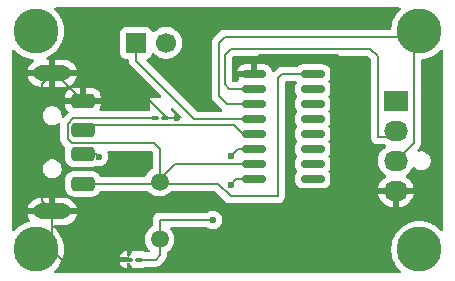
<source format=gtl>
%TF.GenerationSoftware,KiCad,Pcbnew,9.0.3*%
%TF.CreationDate,2025-08-08T09:11:37+05:30*%
%TF.ProjectId,US-UART(Converter),55532d55-4152-4542-9843-6f6e76657274,rev?*%
%TF.SameCoordinates,Original*%
%TF.FileFunction,Copper,L1,Top*%
%TF.FilePolarity,Positive*%
%FSLAX46Y46*%
G04 Gerber Fmt 4.6, Leading zero omitted, Abs format (unit mm)*
G04 Created by KiCad (PCBNEW 9.0.3) date 2025-08-08 09:11:37*
%MOMM*%
%LPD*%
G01*
G04 APERTURE LIST*
G04 Aperture macros list*
%AMRoundRect*
0 Rectangle with rounded corners*
0 $1 Rounding radius*
0 $2 $3 $4 $5 $6 $7 $8 $9 X,Y pos of 4 corners*
0 Add a 4 corners polygon primitive as box body*
4,1,4,$2,$3,$4,$5,$6,$7,$8,$9,$2,$3,0*
0 Add four circle primitives for the rounded corners*
1,1,$1+$1,$2,$3*
1,1,$1+$1,$4,$5*
1,1,$1+$1,$6,$7*
1,1,$1+$1,$8,$9*
0 Add four rect primitives between the rounded corners*
20,1,$1+$1,$2,$3,$4,$5,0*
20,1,$1+$1,$4,$5,$6,$7,0*
20,1,$1+$1,$6,$7,$8,$9,0*
20,1,$1+$1,$8,$9,$2,$3,0*%
G04 Aperture macros list end*
%TA.AperFunction,FiducialPad,Global*%
%ADD10C,3.800000*%
%TD*%
%TA.AperFunction,ComponentPad*%
%ADD11C,1.500000*%
%TD*%
%TA.AperFunction,ComponentPad*%
%ADD12R,1.700000X1.700000*%
%TD*%
%TA.AperFunction,ComponentPad*%
%ADD13C,1.700000*%
%TD*%
%TA.AperFunction,SMDPad,CuDef*%
%ADD14RoundRect,0.150000X-0.825000X-0.150000X0.825000X-0.150000X0.825000X0.150000X-0.825000X0.150000X0*%
%TD*%
%TA.AperFunction,ComponentPad*%
%ADD15R,2.030000X1.730000*%
%TD*%
%TA.AperFunction,ComponentPad*%
%ADD16O,2.030000X1.730000*%
%TD*%
%TA.AperFunction,SMDPad,CuDef*%
%ADD17RoundRect,0.300000X0.700000X0.300000X-0.700000X0.300000X-0.700000X-0.300000X0.700000X-0.300000X0*%
%TD*%
%TA.AperFunction,HeatsinkPad*%
%ADD18O,3.200000X1.300000*%
%TD*%
%TA.AperFunction,SMDPad,CuDef*%
%ADD19RoundRect,0.100000X0.217500X0.100000X-0.217500X0.100000X-0.217500X-0.100000X0.217500X-0.100000X0*%
%TD*%
%TA.AperFunction,SMDPad,CuDef*%
%ADD20RoundRect,0.100000X-0.217500X-0.100000X0.217500X-0.100000X0.217500X0.100000X-0.217500X0.100000X0*%
%TD*%
%TA.AperFunction,ViaPad*%
%ADD21C,0.600000*%
%TD*%
%TA.AperFunction,Conductor*%
%ADD22C,0.200000*%
%TD*%
G04 APERTURE END LIST*
D10*
X97000000Y-65500000D03*
X97000000Y-84000000D03*
X129500000Y-84000000D03*
D11*
X107500000Y-78250000D03*
X107500000Y-83150000D03*
D12*
X105500000Y-66500000D03*
D13*
X108040000Y-66500000D03*
D10*
X129500000Y-65500000D03*
D14*
X115522500Y-69135000D03*
X115522500Y-70405000D03*
X115522500Y-71675000D03*
X115522500Y-72945000D03*
X115522500Y-74215000D03*
X115522500Y-75485000D03*
X115522500Y-76755000D03*
X115522500Y-78025000D03*
X120472500Y-78025000D03*
X120472500Y-76755000D03*
X120472500Y-75485000D03*
X120472500Y-74215000D03*
X120472500Y-72945000D03*
X120472500Y-71675000D03*
X120472500Y-70405000D03*
X120472500Y-69135000D03*
D15*
X127500000Y-71420000D03*
D16*
X127500000Y-73960000D03*
X127500000Y-76500000D03*
X127500000Y-79040000D03*
D17*
X101000000Y-78425000D03*
X101000000Y-75925000D03*
X101000000Y-73925000D03*
X101000000Y-71425000D03*
D18*
X98400000Y-80775000D03*
X98400000Y-69075000D03*
D19*
X105740000Y-84850000D03*
X104925000Y-84850000D03*
D20*
X107145000Y-72870000D03*
X107960000Y-72870000D03*
D21*
X109000103Y-72899766D03*
X114000000Y-69500000D03*
X113500000Y-78500000D03*
X112000000Y-81500000D03*
X113555515Y-76055515D03*
X102363235Y-76136765D03*
D22*
X108757000Y-76755000D02*
X115522500Y-76755000D01*
X107024000Y-75024000D02*
X107500000Y-75500000D01*
X107500000Y-75500000D02*
X107500000Y-78012000D01*
X99699000Y-74671944D02*
X100051056Y-75024000D01*
X107500000Y-78012000D02*
X108757000Y-76755000D01*
X99699000Y-73376056D02*
X99699000Y-74671944D01*
X100205056Y-72870000D02*
X99699000Y-73376056D01*
X100051056Y-75024000D02*
X107024000Y-75024000D01*
X107145000Y-72870000D02*
X100205056Y-72870000D01*
X108970337Y-72870000D02*
X109000103Y-72899766D01*
X107960000Y-72870000D02*
X108970337Y-72870000D01*
X114365000Y-69135000D02*
X114000000Y-69500000D01*
X115522500Y-69135000D02*
X114365000Y-69135000D01*
X129000000Y-66500000D02*
X129000000Y-75000000D01*
X128500000Y-66000000D02*
X129000000Y-66500000D01*
X113000000Y-66000000D02*
X128500000Y-66000000D01*
X112500000Y-71000000D02*
X112500000Y-66500000D01*
X112500000Y-66500000D02*
X113000000Y-66000000D01*
X129000000Y-75000000D02*
X127500000Y-76500000D01*
X113175000Y-71675000D02*
X112500000Y-71000000D01*
X115522500Y-71675000D02*
X113175000Y-71675000D01*
X123000000Y-78580000D02*
X123460000Y-79040000D01*
X122500000Y-67500000D02*
X123000000Y-68000000D01*
X116000000Y-67500000D02*
X122500000Y-67500000D01*
X115522500Y-67977500D02*
X116000000Y-67500000D01*
X123460000Y-79040000D02*
X127500000Y-79040000D01*
X115522500Y-69135000D02*
X115522500Y-67977500D01*
X123000000Y-68000000D02*
X123000000Y-78580000D01*
X125345990Y-67000000D02*
X126000000Y-67654010D01*
X113500000Y-67000000D02*
X125345990Y-67000000D01*
X126960000Y-74500000D02*
X127500000Y-73960000D01*
X113000000Y-70000000D02*
X113000000Y-67500000D01*
X113405000Y-70405000D02*
X113000000Y-70000000D01*
X126000000Y-67654010D02*
X126000000Y-74500000D01*
X126000000Y-74500000D02*
X126960000Y-74500000D01*
X115522500Y-70405000D02*
X113405000Y-70405000D01*
X113000000Y-67500000D02*
X113500000Y-67000000D01*
X99216073Y-84850000D02*
X104925000Y-84850000D01*
X98400000Y-84033927D02*
X99216073Y-84850000D01*
X98400000Y-80775000D02*
X98400000Y-84033927D01*
X107500000Y-84500000D02*
X107500000Y-81500000D01*
X107150000Y-84850000D02*
X107500000Y-84500000D01*
X105740000Y-84850000D02*
X107150000Y-84850000D01*
X113975000Y-78025000D02*
X113500000Y-78500000D01*
X115522500Y-78025000D02*
X113975000Y-78025000D01*
X107500000Y-81500000D02*
X112000000Y-81500000D01*
X110445000Y-72945000D02*
X115522500Y-72945000D01*
X105500000Y-68000000D02*
X110445000Y-72945000D01*
X105500000Y-66500000D02*
X105500000Y-68000000D01*
X117500000Y-69500000D02*
X117865000Y-69135000D01*
X117500000Y-79500000D02*
X117500000Y-69500000D01*
X117865000Y-69135000D02*
X120472500Y-69135000D01*
X113500000Y-79500000D02*
X117500000Y-79500000D01*
X101000000Y-78425000D02*
X112425000Y-78425000D01*
X112425000Y-78425000D02*
X113500000Y-79500000D01*
X114126030Y-75485000D02*
X115522500Y-75485000D01*
X113555515Y-76055515D02*
X114126030Y-75485000D01*
X108809562Y-73500000D02*
X113832501Y-73500000D01*
X114547501Y-74215000D02*
X115522500Y-74215000D01*
X108758562Y-73449000D02*
X108809562Y-73500000D01*
X106241438Y-73449000D02*
X108758562Y-73449000D01*
X106190438Y-73500000D02*
X106241438Y-73449000D01*
X113832501Y-73500000D02*
X114547501Y-74215000D01*
X101425000Y-73500000D02*
X106190438Y-73500000D01*
X101000000Y-73925000D02*
X101425000Y-73500000D01*
X102151470Y-75925000D02*
X102363235Y-76136765D01*
X101000000Y-75925000D02*
X102151470Y-75925000D01*
X106714999Y-71425000D02*
X107960000Y-72670001D01*
X101000000Y-71425000D02*
X106714999Y-71425000D01*
X107960000Y-72670001D02*
X107960000Y-72870000D01*
X97500000Y-69975000D02*
X98400000Y-69075000D01*
X97500000Y-79875000D02*
X97500000Y-69975000D01*
X98400000Y-80775000D02*
X97500000Y-79875000D01*
X98650000Y-69075000D02*
X98400000Y-69075000D01*
X101000000Y-71425000D02*
X98650000Y-69075000D01*
X101700000Y-71425000D02*
X101575000Y-71425000D01*
X101575000Y-71425000D02*
X101500000Y-71500000D01*
%TA.AperFunction,Conductor*%
G36*
X127872358Y-63520185D02*
G01*
X127918113Y-63572989D01*
X127928057Y-63642147D01*
X127899032Y-63705703D01*
X127893000Y-63712181D01*
X127707265Y-63897915D01*
X127539161Y-64108712D01*
X127395714Y-64337005D01*
X127278734Y-64579917D01*
X127189687Y-64834397D01*
X127189684Y-64834405D01*
X127129688Y-65097268D01*
X127129686Y-65097280D01*
X127108041Y-65289384D01*
X127080974Y-65353798D01*
X127023379Y-65393353D01*
X126984821Y-65399500D01*
X113086670Y-65399500D01*
X113086654Y-65399499D01*
X113079058Y-65399499D01*
X112920943Y-65399499D01*
X112844579Y-65419961D01*
X112768214Y-65440423D01*
X112768209Y-65440426D01*
X112631290Y-65519475D01*
X112631282Y-65519481D01*
X112124217Y-66026546D01*
X112124214Y-66026548D01*
X112124215Y-66026549D01*
X112019478Y-66131285D01*
X111996124Y-66171737D01*
X111989185Y-66183757D01*
X111940423Y-66268215D01*
X111899499Y-66420943D01*
X111899499Y-66420945D01*
X111899499Y-66589046D01*
X111899500Y-66589059D01*
X111899500Y-70913330D01*
X111899499Y-70913348D01*
X111899499Y-71079054D01*
X111899498Y-71079054D01*
X111940424Y-71231789D01*
X111940425Y-71231790D01*
X111959369Y-71264601D01*
X111959370Y-71264602D01*
X112019477Y-71368712D01*
X112019481Y-71368717D01*
X112138349Y-71487585D01*
X112138355Y-71487590D01*
X112694478Y-72043713D01*
X112694480Y-72043716D01*
X112783584Y-72132820D01*
X112817068Y-72194141D01*
X112817067Y-72194142D01*
X112817068Y-72194143D01*
X112812084Y-72263834D01*
X112784347Y-72300886D01*
X112772448Y-72316782D01*
X112770212Y-72319768D01*
X112740315Y-72330918D01*
X112704749Y-72344184D01*
X112695902Y-72344500D01*
X110745097Y-72344500D01*
X110678058Y-72324815D01*
X110657416Y-72308181D01*
X106401040Y-68051805D01*
X106367555Y-67990482D01*
X106372539Y-67920790D01*
X106414411Y-67864857D01*
X106450633Y-67847924D01*
X106450215Y-67846802D01*
X106592328Y-67793797D01*
X106592327Y-67793797D01*
X106592331Y-67793796D01*
X106707546Y-67707546D01*
X106793796Y-67592331D01*
X106842810Y-67460916D01*
X106884681Y-67404984D01*
X106950145Y-67380566D01*
X107018418Y-67395417D01*
X107046673Y-67416569D01*
X107160213Y-67530109D01*
X107332179Y-67655048D01*
X107332181Y-67655049D01*
X107332184Y-67655051D01*
X107521588Y-67751557D01*
X107723757Y-67817246D01*
X107933713Y-67850500D01*
X107933714Y-67850500D01*
X108146286Y-67850500D01*
X108146287Y-67850500D01*
X108356243Y-67817246D01*
X108558412Y-67751557D01*
X108747816Y-67655051D01*
X108817690Y-67604285D01*
X108919786Y-67530109D01*
X108919788Y-67530106D01*
X108919792Y-67530104D01*
X109070104Y-67379792D01*
X109070106Y-67379788D01*
X109070109Y-67379786D01*
X109195048Y-67207820D01*
X109195047Y-67207820D01*
X109195051Y-67207816D01*
X109291557Y-67018412D01*
X109357246Y-66816243D01*
X109390500Y-66606287D01*
X109390500Y-66393713D01*
X109357246Y-66183757D01*
X109291557Y-65981588D01*
X109195051Y-65792184D01*
X109195049Y-65792181D01*
X109195048Y-65792179D01*
X109070109Y-65620213D01*
X108919786Y-65469890D01*
X108747820Y-65344951D01*
X108558414Y-65248444D01*
X108558413Y-65248443D01*
X108558412Y-65248443D01*
X108356243Y-65182754D01*
X108356241Y-65182753D01*
X108356240Y-65182753D01*
X108194957Y-65157208D01*
X108146287Y-65149500D01*
X107933713Y-65149500D01*
X107885042Y-65157208D01*
X107723760Y-65182753D01*
X107521585Y-65248444D01*
X107332179Y-65344951D01*
X107160215Y-65469889D01*
X107046673Y-65583431D01*
X106985350Y-65616915D01*
X106915658Y-65611931D01*
X106859725Y-65570059D01*
X106842810Y-65539082D01*
X106793797Y-65407671D01*
X106793793Y-65407664D01*
X106707547Y-65292455D01*
X106707544Y-65292452D01*
X106592335Y-65206206D01*
X106592328Y-65206202D01*
X106457482Y-65155908D01*
X106457483Y-65155908D01*
X106397883Y-65149501D01*
X106397881Y-65149500D01*
X106397873Y-65149500D01*
X106397864Y-65149500D01*
X104602129Y-65149500D01*
X104602123Y-65149501D01*
X104542516Y-65155908D01*
X104407671Y-65206202D01*
X104407664Y-65206206D01*
X104292455Y-65292452D01*
X104292452Y-65292455D01*
X104206206Y-65407664D01*
X104206202Y-65407671D01*
X104155908Y-65542517D01*
X104149501Y-65602116D01*
X104149500Y-65602135D01*
X104149500Y-67397870D01*
X104149501Y-67397876D01*
X104155908Y-67457483D01*
X104206202Y-67592328D01*
X104206206Y-67592335D01*
X104292452Y-67707544D01*
X104292455Y-67707547D01*
X104407664Y-67793793D01*
X104407671Y-67793797D01*
X104451951Y-67810312D01*
X104542517Y-67844091D01*
X104602127Y-67850500D01*
X104775499Y-67850499D01*
X104842538Y-67870183D01*
X104888293Y-67922987D01*
X104899499Y-67974499D01*
X104899499Y-68079054D01*
X104899498Y-68079054D01*
X104940423Y-68231786D01*
X104953543Y-68254509D01*
X104953544Y-68254511D01*
X105019477Y-68368712D01*
X105019481Y-68368717D01*
X105138349Y-68487585D01*
X105138355Y-68487590D01*
X107621186Y-70970421D01*
X107654671Y-71031744D01*
X107649687Y-71101436D01*
X107607815Y-71157369D01*
X107542351Y-71181786D01*
X107533505Y-71182102D01*
X106723822Y-71182102D01*
X106723822Y-72121534D01*
X106719312Y-72136892D01*
X106719791Y-72152895D01*
X106709669Y-72169730D01*
X106704137Y-72188573D01*
X106691623Y-72199747D01*
X106683791Y-72212777D01*
X106660079Y-72227918D01*
X106654683Y-72232738D01*
X106651023Y-72234543D01*
X106624659Y-72245464D01*
X106617045Y-72251306D01*
X106606104Y-72256704D01*
X106583224Y-72260695D01*
X106561568Y-72269069D01*
X106551243Y-72269500D01*
X102527047Y-72269500D01*
X102460008Y-72249815D01*
X102414253Y-72197011D01*
X102404309Y-72127853D01*
X102422051Y-72079531D01*
X102425336Y-72074302D01*
X102484877Y-71904141D01*
X102499999Y-71769930D01*
X102500000Y-71769930D01*
X102500000Y-71675000D01*
X99500000Y-71675000D01*
X99500000Y-71769930D01*
X99515122Y-71904141D01*
X99574663Y-72074301D01*
X99670577Y-72226948D01*
X99747043Y-72303414D01*
X99751380Y-72311357D01*
X99758627Y-72316782D01*
X99767863Y-72341543D01*
X99780528Y-72364737D01*
X99779882Y-72373764D01*
X99783046Y-72382246D01*
X99777429Y-72408069D01*
X99775544Y-72434429D01*
X99769726Y-72443480D01*
X99768196Y-72450519D01*
X99747045Y-72478774D01*
X99724538Y-72501282D01*
X99412181Y-72813639D01*
X99350858Y-72847124D01*
X99281166Y-72842140D01*
X99225233Y-72800268D01*
X99200816Y-72734804D01*
X99200500Y-72725958D01*
X99200500Y-72596155D01*
X99200499Y-72596153D01*
X99188256Y-72534602D01*
X99169737Y-72441503D01*
X99155888Y-72408069D01*
X99109397Y-72295827D01*
X99109390Y-72295814D01*
X99021789Y-72164711D01*
X99021786Y-72164707D01*
X98910292Y-72053213D01*
X98910288Y-72053210D01*
X98779185Y-71965609D01*
X98779172Y-71965602D01*
X98633501Y-71905264D01*
X98633489Y-71905261D01*
X98478845Y-71874500D01*
X98478842Y-71874500D01*
X98321158Y-71874500D01*
X98321155Y-71874500D01*
X98166510Y-71905261D01*
X98166498Y-71905264D01*
X98020827Y-71965602D01*
X98020814Y-71965609D01*
X97889711Y-72053210D01*
X97889707Y-72053213D01*
X97778213Y-72164707D01*
X97778210Y-72164711D01*
X97690609Y-72295814D01*
X97690602Y-72295827D01*
X97630264Y-72441498D01*
X97630261Y-72441510D01*
X97599500Y-72596153D01*
X97599500Y-72753846D01*
X97630261Y-72908489D01*
X97630264Y-72908501D01*
X97690602Y-73054172D01*
X97690609Y-73054185D01*
X97778210Y-73185288D01*
X97778213Y-73185292D01*
X97889707Y-73296786D01*
X97889711Y-73296789D01*
X98020814Y-73384390D01*
X98020827Y-73384397D01*
X98153884Y-73439510D01*
X98166503Y-73444737D01*
X98321153Y-73475499D01*
X98321156Y-73475500D01*
X98321158Y-73475500D01*
X98478844Y-73475500D01*
X98478845Y-73475499D01*
X98633497Y-73444737D01*
X98779179Y-73384394D01*
X98905608Y-73299917D01*
X98915305Y-73296880D01*
X98922986Y-73290225D01*
X98948087Y-73286615D01*
X98972285Y-73279039D01*
X98982085Y-73281727D01*
X98992144Y-73280281D01*
X99015208Y-73290813D01*
X99039666Y-73297523D01*
X99046458Y-73305084D01*
X99055700Y-73309305D01*
X99069408Y-73330635D01*
X99086356Y-73349502D01*
X99088987Y-73361097D01*
X99093476Y-73368082D01*
X99098498Y-73403013D01*
X99098499Y-73403017D01*
X99098499Y-73455113D01*
X99098499Y-73455115D01*
X99098500Y-73465109D01*
X99098500Y-74585274D01*
X99098499Y-74585292D01*
X99098499Y-74750998D01*
X99098498Y-74750998D01*
X99139423Y-74903729D01*
X99149362Y-74920943D01*
X99149363Y-74920946D01*
X99218475Y-75040653D01*
X99218481Y-75040661D01*
X99337349Y-75159529D01*
X99337355Y-75159534D01*
X99487774Y-75309953D01*
X99521259Y-75371276D01*
X99517137Y-75438581D01*
X99514634Y-75445735D01*
X99514630Y-75445750D01*
X99499500Y-75580039D01*
X99499500Y-76269960D01*
X99514630Y-76404249D01*
X99514631Y-76404254D01*
X99574211Y-76574523D01*
X99670184Y-76727262D01*
X99797738Y-76854816D01*
X99836521Y-76879185D01*
X99935710Y-76941510D01*
X99950478Y-76950789D01*
X100112740Y-77007567D01*
X100120745Y-77010368D01*
X100120750Y-77010369D01*
X100211246Y-77020565D01*
X100255040Y-77025499D01*
X100255043Y-77025500D01*
X100255046Y-77025500D01*
X101744957Y-77025500D01*
X101744958Y-77025499D01*
X101812104Y-77017934D01*
X101879249Y-77010369D01*
X101879252Y-77010368D01*
X101879255Y-77010368D01*
X102049522Y-76950789D01*
X102080569Y-76931280D01*
X102147803Y-76912279D01*
X102170727Y-76914655D01*
X102241908Y-76928814D01*
X102284391Y-76937265D01*
X102284393Y-76937265D01*
X102442079Y-76937265D01*
X102442080Y-76937264D01*
X102596732Y-76906502D01*
X102742414Y-76846159D01*
X102873524Y-76758554D01*
X102985024Y-76647054D01*
X103072629Y-76515944D01*
X103132972Y-76370262D01*
X103163735Y-76215607D01*
X103163735Y-76057923D01*
X103163735Y-76057920D01*
X103163734Y-76057918D01*
X103150166Y-75989707D01*
X103132972Y-75903268D01*
X103122593Y-75878210D01*
X103088521Y-75795952D01*
X103081052Y-75726483D01*
X103112327Y-75664004D01*
X103172416Y-75628352D01*
X103203082Y-75624500D01*
X106723903Y-75624500D01*
X106753343Y-75633144D01*
X106783330Y-75639668D01*
X106788345Y-75643422D01*
X106790942Y-75644185D01*
X106811584Y-75660819D01*
X106863181Y-75712416D01*
X106896666Y-75773739D01*
X106899500Y-75800097D01*
X106899500Y-77077403D01*
X106879815Y-77144442D01*
X106848386Y-77177721D01*
X106685352Y-77296173D01*
X106546174Y-77435351D01*
X106546174Y-77435352D01*
X106546172Y-77435354D01*
X106518721Y-77473137D01*
X106430476Y-77594594D01*
X106347831Y-77756795D01*
X106299856Y-77807591D01*
X106237346Y-77824500D01*
X102525124Y-77824500D01*
X102458085Y-77804815D01*
X102420130Y-77766472D01*
X102397379Y-77730264D01*
X102329816Y-77622738D01*
X102202262Y-77495184D01*
X102049523Y-77399211D01*
X101879254Y-77339631D01*
X101879249Y-77339630D01*
X101744960Y-77324500D01*
X101744954Y-77324500D01*
X100255046Y-77324500D01*
X100255039Y-77324500D01*
X100120750Y-77339630D01*
X100120745Y-77339631D01*
X99950476Y-77399211D01*
X99797737Y-77495184D01*
X99670184Y-77622737D01*
X99574211Y-77775476D01*
X99514631Y-77945745D01*
X99514630Y-77945750D01*
X99499500Y-78080039D01*
X99499500Y-78769960D01*
X99514630Y-78904249D01*
X99514631Y-78904254D01*
X99574211Y-79074523D01*
X99655459Y-79203828D01*
X99670184Y-79227262D01*
X99797738Y-79354816D01*
X99883783Y-79408882D01*
X99946201Y-79448102D01*
X99950478Y-79450789D01*
X100092544Y-79500500D01*
X100120745Y-79510368D01*
X100120750Y-79510369D01*
X100211246Y-79520565D01*
X100255040Y-79525499D01*
X100255043Y-79525500D01*
X100255046Y-79525500D01*
X101744957Y-79525500D01*
X101744958Y-79525499D01*
X101812104Y-79517934D01*
X101879249Y-79510369D01*
X101879252Y-79510368D01*
X101879255Y-79510368D01*
X102049522Y-79450789D01*
X102202262Y-79354816D01*
X102329816Y-79227262D01*
X102420130Y-79083527D01*
X102472465Y-79037237D01*
X102525124Y-79025500D01*
X106455664Y-79025500D01*
X106522703Y-79045185D01*
X106543345Y-79061819D01*
X106546172Y-79064646D01*
X106685354Y-79203828D01*
X106844595Y-79319524D01*
X106910584Y-79353147D01*
X107019970Y-79408882D01*
X107019972Y-79408882D01*
X107019975Y-79408884D01*
X107120317Y-79441487D01*
X107207173Y-79469709D01*
X107401578Y-79500500D01*
X107401583Y-79500500D01*
X107598422Y-79500500D01*
X107792826Y-79469709D01*
X107851055Y-79450789D01*
X107980025Y-79408884D01*
X108155405Y-79319524D01*
X108314646Y-79203828D01*
X108453828Y-79064646D01*
X108453828Y-79064645D01*
X108456655Y-79061819D01*
X108517978Y-79028334D01*
X108544336Y-79025500D01*
X112124903Y-79025500D01*
X112191942Y-79045185D01*
X112212583Y-79061818D01*
X113131284Y-79980520D01*
X113131286Y-79980521D01*
X113131290Y-79980524D01*
X113209764Y-80025830D01*
X113268216Y-80059577D01*
X113420943Y-80100501D01*
X113420945Y-80100501D01*
X113586654Y-80100501D01*
X113586670Y-80100500D01*
X117579055Y-80100500D01*
X117579057Y-80100500D01*
X117731784Y-80059577D01*
X117868716Y-79980520D01*
X117980520Y-79868716D01*
X118059577Y-79731784D01*
X118100500Y-79579057D01*
X118100500Y-69859500D01*
X118120185Y-69792461D01*
X118172989Y-69746706D01*
X118224500Y-69735500D01*
X118981593Y-69735500D01*
X119048632Y-69755185D01*
X119094387Y-69807989D01*
X119104331Y-69877147D01*
X119088325Y-69922620D01*
X119045757Y-69994599D01*
X119045754Y-69994606D01*
X118999902Y-70152426D01*
X118999901Y-70152432D01*
X118997000Y-70189298D01*
X118997000Y-70620701D01*
X118999901Y-70657567D01*
X118999902Y-70657573D01*
X119045754Y-70815393D01*
X119045755Y-70815396D01*
X119129417Y-70956862D01*
X119134202Y-70963031D01*
X119131756Y-70964927D01*
X119158357Y-71013642D01*
X119153373Y-71083334D01*
X119132569Y-71115703D01*
X119134202Y-71116969D01*
X119129417Y-71123137D01*
X119045756Y-71264602D01*
X119045754Y-71264606D01*
X118999902Y-71422426D01*
X118999901Y-71422432D01*
X118997000Y-71459298D01*
X118997000Y-71890701D01*
X118999901Y-71927567D01*
X118999902Y-71927573D01*
X119045754Y-72085393D01*
X119045755Y-72085396D01*
X119129417Y-72226862D01*
X119134202Y-72233031D01*
X119131756Y-72234927D01*
X119158357Y-72283642D01*
X119153373Y-72353334D01*
X119132569Y-72385703D01*
X119134202Y-72386969D01*
X119129417Y-72393137D01*
X119045755Y-72534603D01*
X119045754Y-72534606D01*
X118999902Y-72692426D01*
X118999901Y-72692432D01*
X118997000Y-72729298D01*
X118997000Y-73160701D01*
X118999901Y-73197567D01*
X118999902Y-73197573D01*
X119045754Y-73355393D01*
X119045755Y-73355396D01*
X119045756Y-73355398D01*
X119053257Y-73368082D01*
X119129417Y-73496862D01*
X119134202Y-73503031D01*
X119131756Y-73504927D01*
X119158357Y-73553642D01*
X119153373Y-73623334D01*
X119132569Y-73655703D01*
X119134202Y-73656969D01*
X119129417Y-73663137D01*
X119045755Y-73804603D01*
X119045754Y-73804606D01*
X118999902Y-73962426D01*
X118999901Y-73962432D01*
X118997000Y-73999298D01*
X118997000Y-74430701D01*
X118999901Y-74467567D01*
X118999902Y-74467573D01*
X119045754Y-74625393D01*
X119045755Y-74625396D01*
X119045756Y-74625398D01*
X119063431Y-74655285D01*
X119129417Y-74766862D01*
X119134202Y-74773031D01*
X119131756Y-74774927D01*
X119158357Y-74823642D01*
X119153373Y-74893334D01*
X119132569Y-74925703D01*
X119134202Y-74926969D01*
X119129417Y-74933137D01*
X119045755Y-75074603D01*
X119045754Y-75074606D01*
X118999902Y-75232426D01*
X118999901Y-75232432D01*
X118997000Y-75269298D01*
X118997000Y-75700701D01*
X118999901Y-75737567D01*
X118999902Y-75737573D01*
X119045754Y-75895393D01*
X119045755Y-75895396D01*
X119045756Y-75895398D01*
X119076847Y-75947971D01*
X119129417Y-76036862D01*
X119134202Y-76043031D01*
X119131756Y-76044927D01*
X119158357Y-76093642D01*
X119153373Y-76163334D01*
X119132569Y-76195703D01*
X119134202Y-76196969D01*
X119129417Y-76203137D01*
X119045755Y-76344603D01*
X119045754Y-76344606D01*
X118999902Y-76502426D01*
X118999901Y-76502432D01*
X118997000Y-76539298D01*
X118997000Y-76970701D01*
X118999901Y-77007567D01*
X118999902Y-77007573D01*
X119045754Y-77165393D01*
X119045755Y-77165396D01*
X119129417Y-77306862D01*
X119134202Y-77313031D01*
X119131756Y-77314927D01*
X119158357Y-77363642D01*
X119153373Y-77433334D01*
X119132569Y-77465703D01*
X119134202Y-77466969D01*
X119129417Y-77473137D01*
X119045755Y-77614603D01*
X119045754Y-77614606D01*
X118999902Y-77772426D01*
X118999901Y-77772432D01*
X118997000Y-77809298D01*
X118997000Y-78240701D01*
X118999901Y-78277567D01*
X118999902Y-78277573D01*
X119045754Y-78435393D01*
X119045755Y-78435396D01*
X119129417Y-78576862D01*
X119129423Y-78576870D01*
X119245629Y-78693076D01*
X119245633Y-78693079D01*
X119245635Y-78693081D01*
X119387102Y-78776744D01*
X119428724Y-78788836D01*
X119544926Y-78822597D01*
X119544929Y-78822597D01*
X119544931Y-78822598D01*
X119581806Y-78825500D01*
X119581814Y-78825500D01*
X121363186Y-78825500D01*
X121363194Y-78825500D01*
X121400069Y-78822598D01*
X121400071Y-78822597D01*
X121400073Y-78822597D01*
X121441691Y-78810505D01*
X121557898Y-78776744D01*
X121699365Y-78693081D01*
X121815581Y-78576865D01*
X121899244Y-78435398D01*
X121945098Y-78277569D01*
X121948000Y-78240694D01*
X121948000Y-77809306D01*
X121945098Y-77772431D01*
X121944384Y-77769975D01*
X121899245Y-77614606D01*
X121899244Y-77614603D01*
X121899244Y-77614602D01*
X121815581Y-77473135D01*
X121815578Y-77473132D01*
X121810798Y-77466969D01*
X121813250Y-77465066D01*
X121786655Y-77416421D01*
X121791604Y-77346726D01*
X121812440Y-77314304D01*
X121810798Y-77313031D01*
X121815575Y-77306870D01*
X121815581Y-77306865D01*
X121899244Y-77165398D01*
X121945098Y-77007569D01*
X121948000Y-76970694D01*
X121948000Y-76539306D01*
X121945098Y-76502431D01*
X121934399Y-76465606D01*
X121899245Y-76344606D01*
X121899244Y-76344603D01*
X121899244Y-76344602D01*
X121815581Y-76203135D01*
X121815578Y-76203132D01*
X121810798Y-76196969D01*
X121813250Y-76195066D01*
X121786655Y-76146421D01*
X121791604Y-76076726D01*
X121812440Y-76044304D01*
X121810798Y-76043031D01*
X121815575Y-76036870D01*
X121815581Y-76036865D01*
X121899244Y-75895398D01*
X121934590Y-75773739D01*
X121945097Y-75737573D01*
X121945098Y-75737567D01*
X121945673Y-75730261D01*
X121948000Y-75700694D01*
X121948000Y-75269306D01*
X121945098Y-75232431D01*
X121944910Y-75231785D01*
X121906766Y-75100493D01*
X121899244Y-75074602D01*
X121815581Y-74933135D01*
X121815578Y-74933132D01*
X121810798Y-74926969D01*
X121813250Y-74925066D01*
X121786655Y-74876421D01*
X121791604Y-74806726D01*
X121812440Y-74774304D01*
X121810798Y-74773031D01*
X121815575Y-74766870D01*
X121815581Y-74766865D01*
X121899244Y-74625398D01*
X121945098Y-74467569D01*
X121948000Y-74430694D01*
X121948000Y-73999306D01*
X121945098Y-73962431D01*
X121899244Y-73804602D01*
X121815581Y-73663135D01*
X121815578Y-73663132D01*
X121810798Y-73656969D01*
X121813250Y-73655066D01*
X121786655Y-73606421D01*
X121791604Y-73536726D01*
X121812440Y-73504304D01*
X121810798Y-73503031D01*
X121815575Y-73496870D01*
X121815581Y-73496865D01*
X121899244Y-73355398D01*
X121945098Y-73197569D01*
X121948000Y-73160694D01*
X121948000Y-72729306D01*
X121945098Y-72692431D01*
X121942590Y-72683799D01*
X121899245Y-72534606D01*
X121899244Y-72534603D01*
X121899244Y-72534602D01*
X121815581Y-72393135D01*
X121815578Y-72393132D01*
X121810798Y-72386969D01*
X121813250Y-72385066D01*
X121786655Y-72336421D01*
X121791604Y-72266726D01*
X121812440Y-72234304D01*
X121810798Y-72233031D01*
X121815575Y-72226870D01*
X121815581Y-72226865D01*
X121899244Y-72085398D01*
X121945098Y-71927569D01*
X121948000Y-71890694D01*
X121948000Y-71459306D01*
X121945098Y-71422431D01*
X121929492Y-71368717D01*
X121899245Y-71264606D01*
X121899244Y-71264602D01*
X121879839Y-71231790D01*
X121815581Y-71123135D01*
X121815578Y-71123132D01*
X121810798Y-71116969D01*
X121813250Y-71115066D01*
X121786655Y-71066421D01*
X121791604Y-70996726D01*
X121812440Y-70964304D01*
X121810798Y-70963031D01*
X121815575Y-70956870D01*
X121815581Y-70956865D01*
X121899244Y-70815398D01*
X121945098Y-70657569D01*
X121948000Y-70620694D01*
X121948000Y-70189306D01*
X121945098Y-70152431D01*
X121941703Y-70140747D01*
X121899245Y-69994606D01*
X121899244Y-69994603D01*
X121899244Y-69994602D01*
X121815581Y-69853135D01*
X121815578Y-69853132D01*
X121810798Y-69846969D01*
X121813250Y-69845066D01*
X121786655Y-69796421D01*
X121791604Y-69726726D01*
X121812440Y-69694304D01*
X121810798Y-69693031D01*
X121815575Y-69686870D01*
X121815581Y-69686865D01*
X121899244Y-69545398D01*
X121945098Y-69387569D01*
X121948000Y-69350694D01*
X121948000Y-68919306D01*
X121945098Y-68882431D01*
X121922809Y-68805714D01*
X121906289Y-68748852D01*
X121899244Y-68724602D01*
X121815581Y-68583135D01*
X121815580Y-68583134D01*
X121815576Y-68583129D01*
X121699370Y-68466923D01*
X121699362Y-68466917D01*
X121621181Y-68420681D01*
X121557898Y-68383256D01*
X121557897Y-68383255D01*
X121557896Y-68383255D01*
X121557893Y-68383254D01*
X121400073Y-68337402D01*
X121400067Y-68337401D01*
X121363201Y-68334500D01*
X121363194Y-68334500D01*
X119581806Y-68334500D01*
X119581798Y-68334500D01*
X119544932Y-68337401D01*
X119544926Y-68337402D01*
X119387106Y-68383254D01*
X119387103Y-68383255D01*
X119245637Y-68466917D01*
X119245629Y-68466923D01*
X119214374Y-68498180D01*
X119153052Y-68531666D01*
X119126692Y-68534500D01*
X117951669Y-68534500D01*
X117951653Y-68534499D01*
X117944057Y-68534499D01*
X117785943Y-68534499D01*
X117671397Y-68565192D01*
X117633214Y-68575423D01*
X117622682Y-68581504D01*
X117619869Y-68583129D01*
X117619860Y-68583134D01*
X117619857Y-68583135D01*
X117496290Y-68654475D01*
X117496282Y-68654481D01*
X117384478Y-68766286D01*
X117204045Y-68946718D01*
X117142722Y-68980203D01*
X117073030Y-68975219D01*
X117017097Y-68933347D01*
X116997425Y-68888285D01*
X116996368Y-68888593D01*
X116948783Y-68724806D01*
X116948782Y-68724803D01*
X116865185Y-68583447D01*
X116865178Y-68583438D01*
X116749061Y-68467321D01*
X116749052Y-68467314D01*
X116607696Y-68383717D01*
X116607693Y-68383716D01*
X116449995Y-68337900D01*
X116449989Y-68337899D01*
X116413149Y-68335000D01*
X115772500Y-68335000D01*
X115772500Y-69011000D01*
X115752815Y-69078039D01*
X115700011Y-69123794D01*
X115648500Y-69135000D01*
X115522500Y-69135000D01*
X115522500Y-69261000D01*
X115502815Y-69328039D01*
X115450011Y-69373794D01*
X115398500Y-69385000D01*
X114050205Y-69385000D01*
X114050204Y-69385001D01*
X114050399Y-69387486D01*
X114096218Y-69545198D01*
X114138906Y-69617379D01*
X114156089Y-69685103D01*
X114133929Y-69751365D01*
X114079463Y-69795129D01*
X114032174Y-69804500D01*
X113724500Y-69804500D01*
X113657461Y-69784815D01*
X113611706Y-69732011D01*
X113600500Y-69680500D01*
X113600500Y-68884998D01*
X114050204Y-68884998D01*
X114050205Y-68885000D01*
X115272500Y-68885000D01*
X115272500Y-68335000D01*
X114631850Y-68335000D01*
X114595010Y-68337899D01*
X114595004Y-68337900D01*
X114437306Y-68383716D01*
X114437303Y-68383717D01*
X114295947Y-68467314D01*
X114295938Y-68467321D01*
X114179821Y-68583438D01*
X114179814Y-68583447D01*
X114096218Y-68724801D01*
X114050399Y-68882513D01*
X114050204Y-68884998D01*
X113600500Y-68884998D01*
X113600500Y-67800098D01*
X113620185Y-67733059D01*
X113636819Y-67712416D01*
X113712418Y-67636818D01*
X113773742Y-67603334D01*
X113800099Y-67600500D01*
X125045893Y-67600500D01*
X125112932Y-67620185D01*
X125133574Y-67636819D01*
X125363181Y-67866426D01*
X125396666Y-67927749D01*
X125399500Y-67954107D01*
X125399500Y-74420943D01*
X125399500Y-74579057D01*
X125411917Y-74625396D01*
X125440423Y-74731783D01*
X125440426Y-74731790D01*
X125519475Y-74868709D01*
X125519479Y-74868714D01*
X125519480Y-74868716D01*
X125631284Y-74980520D01*
X125631286Y-74980521D01*
X125631290Y-74980524D01*
X125735438Y-75040653D01*
X125768216Y-75059577D01*
X125920943Y-75100500D01*
X126556346Y-75100500D01*
X126576762Y-75106494D01*
X126598007Y-75107708D01*
X126619489Y-75119041D01*
X126623385Y-75120185D01*
X126629223Y-75124176D01*
X126636793Y-75129675D01*
X126679464Y-75185002D01*
X126685448Y-75254614D01*
X126652847Y-75316412D01*
X126636802Y-75330317D01*
X126460435Y-75458456D01*
X126308457Y-75610434D01*
X126308457Y-75610435D01*
X126308455Y-75610437D01*
X126259012Y-75678490D01*
X126182120Y-75784321D01*
X126084541Y-75975829D01*
X126084540Y-75975832D01*
X126018124Y-76180240D01*
X126018124Y-76180243D01*
X126003915Y-76269954D01*
X125985490Y-76386286D01*
X125984500Y-76392534D01*
X125984500Y-76607465D01*
X126018124Y-76819756D01*
X126018124Y-76819759D01*
X126084540Y-77024167D01*
X126084541Y-77024170D01*
X126156500Y-77165396D01*
X126182120Y-77215678D01*
X126308455Y-77389563D01*
X126460437Y-77541545D01*
X126486806Y-77560703D01*
X126637226Y-77669990D01*
X126679892Y-77725320D01*
X126685871Y-77794933D01*
X126653265Y-77856728D01*
X126637227Y-77870626D01*
X126460760Y-77998838D01*
X126460759Y-77998838D01*
X126308838Y-78150759D01*
X126182547Y-78324583D01*
X126085003Y-78516024D01*
X126018610Y-78720364D01*
X126007581Y-78790000D01*
X127055440Y-78790000D01*
X127024755Y-78843147D01*
X126990000Y-78972857D01*
X126990000Y-79107143D01*
X127024755Y-79236853D01*
X127055440Y-79290000D01*
X126007581Y-79290000D01*
X126018610Y-79359635D01*
X126085003Y-79563975D01*
X126182547Y-79755416D01*
X126308838Y-79929240D01*
X126460759Y-80081161D01*
X126634583Y-80207452D01*
X126826024Y-80304996D01*
X127030358Y-80371388D01*
X127242573Y-80405000D01*
X127250000Y-80405000D01*
X127250000Y-79484560D01*
X127303147Y-79515245D01*
X127432857Y-79550000D01*
X127567143Y-79550000D01*
X127696853Y-79515245D01*
X127750000Y-79484560D01*
X127750000Y-80405000D01*
X127757427Y-80405000D01*
X127969639Y-80371388D01*
X127969642Y-80371388D01*
X128173975Y-80304996D01*
X128365416Y-80207452D01*
X128539240Y-80081161D01*
X128691161Y-79929240D01*
X128817452Y-79755416D01*
X128914996Y-79563975D01*
X128981389Y-79359635D01*
X128992419Y-79290000D01*
X127944560Y-79290000D01*
X127975245Y-79236853D01*
X128010000Y-79107143D01*
X128010000Y-78972857D01*
X127975245Y-78843147D01*
X127944560Y-78790000D01*
X128992419Y-78790000D01*
X128981389Y-78720364D01*
X128914996Y-78516024D01*
X128817452Y-78324583D01*
X128691161Y-78150759D01*
X128539240Y-77998838D01*
X128362772Y-77870626D01*
X128320107Y-77815296D01*
X128314128Y-77745682D01*
X128346734Y-77683888D01*
X128362773Y-77669990D01*
X128365675Y-77667881D01*
X128365678Y-77667880D01*
X128539563Y-77541545D01*
X128691545Y-77389563D01*
X128817880Y-77215678D01*
X128884094Y-77085724D01*
X128932068Y-77034929D01*
X128999889Y-77018134D01*
X129066024Y-77040671D01*
X129082260Y-77054339D01*
X129149707Y-77121786D01*
X129149711Y-77121789D01*
X129280814Y-77209390D01*
X129280827Y-77209397D01*
X129388138Y-77253846D01*
X129426503Y-77269737D01*
X129559400Y-77296172D01*
X129581153Y-77300499D01*
X129581156Y-77300500D01*
X129581158Y-77300500D01*
X129738844Y-77300500D01*
X129738845Y-77300499D01*
X129893497Y-77269737D01*
X130039179Y-77209394D01*
X130170289Y-77121789D01*
X130281789Y-77010289D01*
X130369394Y-76879179D01*
X130429737Y-76733497D01*
X130460500Y-76578842D01*
X130460500Y-76421158D01*
X130460500Y-76421155D01*
X130460499Y-76421153D01*
X130450374Y-76370254D01*
X130429737Y-76266503D01*
X130429735Y-76266497D01*
X130369397Y-76120827D01*
X130369390Y-76120814D01*
X130281789Y-75989711D01*
X130281786Y-75989707D01*
X130170292Y-75878213D01*
X130170288Y-75878210D01*
X130039185Y-75790609D01*
X130039172Y-75790602D01*
X129893501Y-75730264D01*
X129893489Y-75730261D01*
X129738845Y-75699500D01*
X129738842Y-75699500D01*
X129581158Y-75699500D01*
X129581153Y-75699500D01*
X129443528Y-75726875D01*
X129409795Y-75723856D01*
X129376003Y-75721440D01*
X129375082Y-75720750D01*
X129373936Y-75720648D01*
X129347183Y-75699865D01*
X129320070Y-75679568D01*
X129319667Y-75678490D01*
X129318759Y-75677784D01*
X129307488Y-75645837D01*
X129295653Y-75614104D01*
X129295897Y-75612979D01*
X129295515Y-75611895D01*
X129303303Y-75578934D01*
X129310505Y-75545831D01*
X129311412Y-75544618D01*
X129311583Y-75543898D01*
X129331652Y-75517581D01*
X129358506Y-75490728D01*
X129358511Y-75490724D01*
X129368714Y-75480520D01*
X129368716Y-75480520D01*
X129480520Y-75368716D01*
X129559577Y-75231784D01*
X129594754Y-75100501D01*
X129600500Y-75079058D01*
X129600500Y-74920943D01*
X129600500Y-68015178D01*
X129620185Y-67948139D01*
X129672989Y-67902384D01*
X129710614Y-67891958D01*
X129810395Y-67880716D01*
X129902718Y-67870314D01*
X129902721Y-67870313D01*
X129902732Y-67870312D01*
X130165591Y-67810316D01*
X130420079Y-67721267D01*
X130662997Y-67604284D01*
X130891289Y-67460838D01*
X131102085Y-67292734D01*
X131287819Y-67107000D01*
X131349142Y-67073515D01*
X131418834Y-67078499D01*
X131474767Y-67120371D01*
X131499184Y-67185835D01*
X131499500Y-67194681D01*
X131499500Y-82305319D01*
X131479815Y-82372358D01*
X131427011Y-82418113D01*
X131357853Y-82428057D01*
X131294297Y-82399032D01*
X131287819Y-82393000D01*
X131102084Y-82207265D01*
X130994410Y-82121398D01*
X130891289Y-82039162D01*
X130709602Y-81925000D01*
X130662994Y-81895714D01*
X130420082Y-81778734D01*
X130165602Y-81689687D01*
X130165594Y-81689684D01*
X129968446Y-81644687D01*
X129902732Y-81629688D01*
X129902728Y-81629687D01*
X129902719Y-81629686D01*
X129634813Y-81599500D01*
X129634809Y-81599500D01*
X129365191Y-81599500D01*
X129365186Y-81599500D01*
X129097280Y-81629686D01*
X129097268Y-81629688D01*
X128834405Y-81689684D01*
X128834397Y-81689687D01*
X128579917Y-81778734D01*
X128337005Y-81895714D01*
X128108712Y-82039161D01*
X127897915Y-82207265D01*
X127707265Y-82397915D01*
X127539161Y-82608712D01*
X127395714Y-82837005D01*
X127278734Y-83079917D01*
X127189687Y-83334397D01*
X127189684Y-83334405D01*
X127129688Y-83597268D01*
X127129686Y-83597280D01*
X127099500Y-83865186D01*
X127099500Y-84134813D01*
X127129686Y-84402719D01*
X127129687Y-84402728D01*
X127129688Y-84402732D01*
X127139886Y-84447413D01*
X127189684Y-84665594D01*
X127189687Y-84665602D01*
X127278734Y-84920082D01*
X127395714Y-85162994D01*
X127395716Y-85162997D01*
X127539162Y-85391289D01*
X127653801Y-85535042D01*
X127707265Y-85602084D01*
X127893000Y-85787819D01*
X127926485Y-85849142D01*
X127921501Y-85918834D01*
X127879629Y-85974767D01*
X127814165Y-85999184D01*
X127805319Y-85999500D01*
X98694681Y-85999500D01*
X98627642Y-85979815D01*
X98581887Y-85927011D01*
X98571943Y-85857853D01*
X98600968Y-85794297D01*
X98607000Y-85787819D01*
X98792734Y-85602085D01*
X98960838Y-85391289D01*
X99104284Y-85162997D01*
X99221267Y-84920079D01*
X99310316Y-84665591D01*
X99313875Y-84650000D01*
X104115487Y-84650000D01*
X104734449Y-84650000D01*
X104746489Y-84639567D01*
X104759817Y-84637650D01*
X104771639Y-84631195D01*
X104793729Y-84632774D01*
X104815647Y-84629623D01*
X104827897Y-84635217D01*
X104841331Y-84636178D01*
X104859059Y-84649448D01*
X104879203Y-84658648D01*
X104886484Y-84669977D01*
X104897265Y-84678048D01*
X104905004Y-84698795D01*
X104916977Y-84717426D01*
X104920127Y-84739340D01*
X104921684Y-84743512D01*
X104922000Y-84752361D01*
X104922000Y-84947638D01*
X104902315Y-85014677D01*
X104849511Y-85060432D01*
X104780353Y-85070376D01*
X104735736Y-85050000D01*
X104115490Y-85050000D01*
X104115488Y-85050001D01*
X104122942Y-85106627D01*
X104122944Y-85106633D01*
X104183399Y-85252585D01*
X104279575Y-85377924D01*
X104404913Y-85474100D01*
X104550865Y-85534554D01*
X104550869Y-85534555D01*
X104668176Y-85549999D01*
X104724999Y-85549998D01*
X104725000Y-85549998D01*
X104725000Y-85217237D01*
X104744685Y-85150198D01*
X104797489Y-85104443D01*
X104866647Y-85094499D01*
X104930203Y-85123524D01*
X104963561Y-85169785D01*
X104997963Y-85252840D01*
X105099166Y-85384731D01*
X105096353Y-85386888D01*
X105122103Y-85433779D01*
X105125000Y-85460426D01*
X105125000Y-85549999D01*
X105181823Y-85549999D01*
X105299129Y-85534556D01*
X105299428Y-85534476D01*
X105299737Y-85534476D01*
X105307189Y-85533495D01*
X105307318Y-85534476D01*
X105357615Y-85534476D01*
X105357680Y-85533983D01*
X105361425Y-85534476D01*
X105363621Y-85534476D01*
X105365730Y-85535040D01*
X105365738Y-85535044D01*
X105483139Y-85550500D01*
X105996860Y-85550499D01*
X105996863Y-85550499D01*
X106114253Y-85535046D01*
X106114257Y-85535044D01*
X106114262Y-85535044D01*
X106260341Y-85474536D01*
X106260345Y-85474532D01*
X106267376Y-85470474D01*
X106268382Y-85472216D01*
X106323432Y-85450931D01*
X106333757Y-85450500D01*
X107063331Y-85450500D01*
X107063347Y-85450501D01*
X107070943Y-85450501D01*
X107229054Y-85450501D01*
X107229057Y-85450501D01*
X107381785Y-85409577D01*
X107452291Y-85368870D01*
X107518716Y-85330520D01*
X107630520Y-85218716D01*
X107630521Y-85218714D01*
X107980520Y-84868716D01*
X108059577Y-84731784D01*
X108100501Y-84579057D01*
X108100501Y-84420942D01*
X108100501Y-84413347D01*
X108100500Y-84413329D01*
X108100500Y-84322596D01*
X108120185Y-84255557D01*
X108151614Y-84222278D01*
X108155403Y-84219524D01*
X108155405Y-84219524D01*
X108314646Y-84103828D01*
X108453828Y-83964646D01*
X108569524Y-83805405D01*
X108658884Y-83630025D01*
X108719709Y-83442826D01*
X108750500Y-83248422D01*
X108750500Y-83051577D01*
X108719709Y-82857173D01*
X108658882Y-82669970D01*
X108569523Y-82494594D01*
X108453828Y-82335354D01*
X108430655Y-82312181D01*
X108397170Y-82250858D01*
X108402154Y-82181166D01*
X108444026Y-82125233D01*
X108509490Y-82100816D01*
X108518336Y-82100500D01*
X111420234Y-82100500D01*
X111487273Y-82120185D01*
X111489125Y-82121398D01*
X111620814Y-82209390D01*
X111620827Y-82209397D01*
X111766498Y-82269735D01*
X111766503Y-82269737D01*
X111921153Y-82300499D01*
X111921156Y-82300500D01*
X111921158Y-82300500D01*
X112078844Y-82300500D01*
X112078845Y-82300499D01*
X112233497Y-82269737D01*
X112379179Y-82209394D01*
X112510289Y-82121789D01*
X112621789Y-82010289D01*
X112709394Y-81879179D01*
X112769737Y-81733497D01*
X112800500Y-81578842D01*
X112800500Y-81421158D01*
X112800500Y-81421155D01*
X112800499Y-81421153D01*
X112791862Y-81377733D01*
X112769737Y-81266503D01*
X112769735Y-81266498D01*
X112709397Y-81120827D01*
X112709390Y-81120814D01*
X112621789Y-80989711D01*
X112621786Y-80989707D01*
X112510292Y-80878213D01*
X112510288Y-80878210D01*
X112379185Y-80790609D01*
X112379172Y-80790602D01*
X112233501Y-80730264D01*
X112233489Y-80730261D01*
X112078845Y-80699500D01*
X112078842Y-80699500D01*
X111921158Y-80699500D01*
X111921155Y-80699500D01*
X111766510Y-80730261D01*
X111766498Y-80730264D01*
X111620827Y-80790602D01*
X111620814Y-80790609D01*
X111489125Y-80878602D01*
X111422447Y-80899480D01*
X111420234Y-80899500D01*
X107420943Y-80899500D01*
X107268216Y-80940423D01*
X107268209Y-80940426D01*
X107131290Y-81019475D01*
X107131282Y-81019481D01*
X107019481Y-81131282D01*
X107019475Y-81131290D01*
X106940426Y-81268209D01*
X106940423Y-81268216D01*
X106899500Y-81420943D01*
X106899500Y-81977403D01*
X106879815Y-82044442D01*
X106848386Y-82077721D01*
X106685352Y-82196173D01*
X106546174Y-82335351D01*
X106546174Y-82335352D01*
X106546172Y-82335354D01*
X106500719Y-82397915D01*
X106430476Y-82494594D01*
X106341117Y-82669970D01*
X106280290Y-82857173D01*
X106249500Y-83051577D01*
X106249500Y-83248422D01*
X106280290Y-83442826D01*
X106341117Y-83630029D01*
X106430476Y-83805405D01*
X106546172Y-83964646D01*
X106546174Y-83964648D01*
X106619345Y-84037819D01*
X106629957Y-84057255D01*
X106644458Y-84073989D01*
X106646374Y-84087320D01*
X106652830Y-84099142D01*
X106651250Y-84121228D01*
X106654402Y-84143147D01*
X106648806Y-84155398D01*
X106647846Y-84168834D01*
X106634575Y-84186560D01*
X106625377Y-84206703D01*
X106614045Y-84213985D01*
X106605974Y-84224767D01*
X106585228Y-84232504D01*
X106566599Y-84244477D01*
X106544680Y-84247628D01*
X106540510Y-84249184D01*
X106531664Y-84249500D01*
X106333757Y-84249500D01*
X106266718Y-84229815D01*
X106261400Y-84226075D01*
X106260336Y-84225461D01*
X106114265Y-84164957D01*
X106114260Y-84164955D01*
X105996861Y-84149500D01*
X105483137Y-84149500D01*
X105365736Y-84164955D01*
X105363611Y-84165525D01*
X105361410Y-84165525D01*
X105357681Y-84166016D01*
X105357616Y-84165525D01*
X105307316Y-84165525D01*
X105307188Y-84166505D01*
X105299751Y-84165525D01*
X105299437Y-84165526D01*
X105299132Y-84165444D01*
X105181830Y-84150000D01*
X105125000Y-84150000D01*
X105125000Y-84239573D01*
X105105315Y-84306612D01*
X105098664Y-84314885D01*
X105099166Y-84315271D01*
X105094220Y-84321716D01*
X105094218Y-84321718D01*
X105032064Y-84402719D01*
X104997963Y-84447160D01*
X104963561Y-84530215D01*
X104919720Y-84584618D01*
X104853426Y-84606683D01*
X104785726Y-84589404D01*
X104738116Y-84538266D01*
X104725000Y-84482762D01*
X104725000Y-84150000D01*
X104724999Y-84149999D01*
X104668176Y-84150000D01*
X104550871Y-84165442D01*
X104550866Y-84165444D01*
X104404914Y-84225899D01*
X104279575Y-84322075D01*
X104183399Y-84447413D01*
X104122944Y-84593368D01*
X104115487Y-84650000D01*
X99313875Y-84650000D01*
X99370312Y-84402732D01*
X99400500Y-84134809D01*
X99400500Y-83865191D01*
X99370312Y-83597268D01*
X99310316Y-83334409D01*
X99221267Y-83079921D01*
X99104284Y-82837003D01*
X98960838Y-82608711D01*
X98792734Y-82397915D01*
X98602085Y-82207266D01*
X98602084Y-82207265D01*
X98602078Y-82207259D01*
X98525194Y-82145947D01*
X98485053Y-82088759D01*
X98482203Y-82018948D01*
X98517548Y-81958677D01*
X98579867Y-81927084D01*
X98602506Y-81925000D01*
X99440506Y-81925000D01*
X99619293Y-81896682D01*
X99791444Y-81840748D01*
X99791447Y-81840747D01*
X99952734Y-81758565D01*
X100099169Y-81652176D01*
X100227176Y-81524169D01*
X100333565Y-81377734D01*
X100415747Y-81216447D01*
X100415749Y-81216441D01*
X100471681Y-81044295D01*
X100471684Y-81044285D01*
X100474739Y-81025000D01*
X99544975Y-81025000D01*
X99580070Y-80989905D01*
X99626148Y-80910095D01*
X99650000Y-80821078D01*
X99650000Y-80728922D01*
X99626148Y-80639905D01*
X99580070Y-80560095D01*
X99544975Y-80525000D01*
X100474739Y-80525000D01*
X100471684Y-80505714D01*
X100471681Y-80505704D01*
X100415749Y-80333558D01*
X100415747Y-80333552D01*
X100333565Y-80172265D01*
X100227176Y-80025830D01*
X100099169Y-79897823D01*
X99952734Y-79791434D01*
X99791447Y-79709252D01*
X99791444Y-79709251D01*
X99619293Y-79653317D01*
X99440506Y-79625000D01*
X98650000Y-79625000D01*
X98650000Y-80425000D01*
X98150000Y-80425000D01*
X98150000Y-79625000D01*
X97359494Y-79625000D01*
X97180706Y-79653317D01*
X97008555Y-79709251D01*
X97008552Y-79709252D01*
X96847265Y-79791434D01*
X96700830Y-79897823D01*
X96572823Y-80025830D01*
X96466434Y-80172265D01*
X96384252Y-80333552D01*
X96384250Y-80333558D01*
X96328318Y-80505704D01*
X96328315Y-80505714D01*
X96325261Y-80525000D01*
X97255025Y-80525000D01*
X97219930Y-80560095D01*
X97173852Y-80639905D01*
X97150000Y-80728922D01*
X97150000Y-80821078D01*
X97173852Y-80910095D01*
X97219930Y-80989905D01*
X97255025Y-81025000D01*
X96325261Y-81025000D01*
X96328315Y-81044285D01*
X96328318Y-81044295D01*
X96384250Y-81216441D01*
X96384252Y-81216447D01*
X96466433Y-81377733D01*
X96531644Y-81467490D01*
X96555123Y-81533296D01*
X96539297Y-81601350D01*
X96489191Y-81650044D01*
X96458918Y-81661265D01*
X96334406Y-81689684D01*
X96334397Y-81689687D01*
X96079917Y-81778734D01*
X95837005Y-81895714D01*
X95608712Y-82039161D01*
X95397915Y-82207265D01*
X95212181Y-82393000D01*
X95150858Y-82426485D01*
X95081166Y-82421501D01*
X95025233Y-82379629D01*
X95000816Y-82314165D01*
X95000500Y-82305319D01*
X95000500Y-77096153D01*
X97599500Y-77096153D01*
X97599500Y-77253846D01*
X97630261Y-77408489D01*
X97630264Y-77408501D01*
X97690602Y-77554172D01*
X97690609Y-77554185D01*
X97778210Y-77685288D01*
X97778213Y-77685292D01*
X97889707Y-77796786D01*
X97889711Y-77796789D01*
X98020814Y-77884390D01*
X98020827Y-77884397D01*
X98166498Y-77944735D01*
X98166503Y-77944737D01*
X98321153Y-77975499D01*
X98321156Y-77975500D01*
X98321158Y-77975500D01*
X98478844Y-77975500D01*
X98478845Y-77975499D01*
X98633497Y-77944737D01*
X98779179Y-77884394D01*
X98910289Y-77796789D01*
X99021789Y-77685289D01*
X99109394Y-77554179D01*
X99169737Y-77408497D01*
X99200500Y-77253842D01*
X99200500Y-77096158D01*
X99200500Y-77096155D01*
X99200499Y-77096153D01*
X99186445Y-77025499D01*
X99169737Y-76941503D01*
X99155239Y-76906502D01*
X99109397Y-76795827D01*
X99109390Y-76795814D01*
X99021789Y-76664711D01*
X99021786Y-76664707D01*
X98910292Y-76553213D01*
X98910288Y-76553210D01*
X98779185Y-76465609D01*
X98779172Y-76465602D01*
X98633501Y-76405264D01*
X98633489Y-76405261D01*
X98478845Y-76374500D01*
X98478842Y-76374500D01*
X98321158Y-76374500D01*
X98321155Y-76374500D01*
X98166510Y-76405261D01*
X98166498Y-76405264D01*
X98020827Y-76465602D01*
X98020814Y-76465609D01*
X97889711Y-76553210D01*
X97889707Y-76553213D01*
X97778213Y-76664707D01*
X97778210Y-76664711D01*
X97690609Y-76795814D01*
X97690602Y-76795827D01*
X97630264Y-76941498D01*
X97630261Y-76941510D01*
X97599500Y-77096153D01*
X95000500Y-77096153D01*
X95000500Y-71080069D01*
X99500000Y-71080069D01*
X99500000Y-71175000D01*
X100750000Y-71175000D01*
X101250000Y-71175000D01*
X102500000Y-71175000D01*
X102500000Y-71080070D01*
X102499999Y-71080069D01*
X102484877Y-70945858D01*
X102425336Y-70775698D01*
X102329422Y-70623051D01*
X102201948Y-70495577D01*
X102049301Y-70399663D01*
X101879141Y-70340122D01*
X101744930Y-70325000D01*
X101250000Y-70325000D01*
X101250000Y-71175000D01*
X100750000Y-71175000D01*
X100750000Y-70325000D01*
X100255070Y-70325000D01*
X100120858Y-70340122D01*
X99950698Y-70399663D01*
X99798051Y-70495577D01*
X99670577Y-70623051D01*
X99574663Y-70775698D01*
X99515122Y-70945858D01*
X99500000Y-71080069D01*
X95000500Y-71080069D01*
X95000500Y-67194681D01*
X95020185Y-67127642D01*
X95072989Y-67081887D01*
X95142147Y-67071943D01*
X95205703Y-67100968D01*
X95212181Y-67107000D01*
X95397915Y-67292734D01*
X95608711Y-67460838D01*
X95837003Y-67604284D01*
X96079921Y-67721267D01*
X96257353Y-67783353D01*
X96334397Y-67810312D01*
X96334405Y-67810315D01*
X96334408Y-67810315D01*
X96334409Y-67810316D01*
X96597268Y-67870312D01*
X96597276Y-67870312D01*
X96597281Y-67870314D01*
X96689605Y-67880716D01*
X96759741Y-67888618D01*
X96824154Y-67915684D01*
X96863709Y-67973279D01*
X96865847Y-68043116D01*
X96829889Y-68103022D01*
X96818743Y-68112156D01*
X96700826Y-68197827D01*
X96572823Y-68325830D01*
X96466434Y-68472265D01*
X96384252Y-68633552D01*
X96384250Y-68633558D01*
X96328318Y-68805704D01*
X96328315Y-68805714D01*
X96325261Y-68825000D01*
X97255025Y-68825000D01*
X97219930Y-68860095D01*
X97173852Y-68939905D01*
X97150000Y-69028922D01*
X97150000Y-69121078D01*
X97173852Y-69210095D01*
X97219930Y-69289905D01*
X97255025Y-69325000D01*
X96325261Y-69325000D01*
X96328315Y-69344285D01*
X96328318Y-69344295D01*
X96384250Y-69516441D01*
X96384252Y-69516447D01*
X96466434Y-69677734D01*
X96572823Y-69824169D01*
X96700830Y-69952176D01*
X96847265Y-70058565D01*
X97008552Y-70140747D01*
X97008555Y-70140748D01*
X97180706Y-70196682D01*
X97359494Y-70225000D01*
X98150000Y-70225000D01*
X98150000Y-69425000D01*
X98650000Y-69425000D01*
X98650000Y-70225000D01*
X99440506Y-70225000D01*
X99619293Y-70196682D01*
X99791444Y-70140748D01*
X99791447Y-70140747D01*
X99952734Y-70058565D01*
X100099169Y-69952176D01*
X100227176Y-69824169D01*
X100333565Y-69677734D01*
X100415747Y-69516447D01*
X100415749Y-69516441D01*
X100471681Y-69344295D01*
X100471684Y-69344285D01*
X100474739Y-69325000D01*
X99544975Y-69325000D01*
X99580070Y-69289905D01*
X99626148Y-69210095D01*
X99650000Y-69121078D01*
X99650000Y-69028922D01*
X99626148Y-68939905D01*
X99580070Y-68860095D01*
X99544975Y-68825000D01*
X100474739Y-68825000D01*
X100471684Y-68805714D01*
X100471681Y-68805704D01*
X100415749Y-68633558D01*
X100415747Y-68633552D01*
X100333565Y-68472265D01*
X100227176Y-68325830D01*
X100099169Y-68197823D01*
X99952734Y-68091434D01*
X99791447Y-68009252D01*
X99791444Y-68009251D01*
X99619293Y-67953317D01*
X99440506Y-67925000D01*
X98650000Y-67925000D01*
X98650000Y-68725000D01*
X98150000Y-68725000D01*
X98150000Y-67964947D01*
X98003498Y-67919412D01*
X97989449Y-67910067D01*
X97973264Y-67905315D01*
X97960964Y-67891120D01*
X97945322Y-67880716D01*
X97938555Y-67865259D01*
X97927509Y-67852511D01*
X97924835Y-67833920D01*
X97917302Y-67816711D01*
X97919965Y-67800050D01*
X97917565Y-67783353D01*
X97925368Y-67766266D01*
X97928334Y-67747718D01*
X97939581Y-67735143D01*
X97946590Y-67719797D01*
X97967844Y-67703545D01*
X97974915Y-67695641D01*
X97980034Y-67694224D01*
X97986502Y-67689280D01*
X98162991Y-67604287D01*
X98162991Y-67604286D01*
X98162997Y-67604284D01*
X98391289Y-67460838D01*
X98602085Y-67292734D01*
X98792734Y-67102085D01*
X98960838Y-66891289D01*
X99104284Y-66662997D01*
X99221267Y-66420079D01*
X99310316Y-66165591D01*
X99370312Y-65902732D01*
X99400500Y-65634809D01*
X99400500Y-65365191D01*
X99370312Y-65097268D01*
X99310316Y-64834409D01*
X99221267Y-64579921D01*
X99104284Y-64337003D01*
X98960838Y-64108711D01*
X98792734Y-63897915D01*
X98607000Y-63712181D01*
X98573515Y-63650858D01*
X98578499Y-63581166D01*
X98620371Y-63525233D01*
X98685835Y-63500816D01*
X98694681Y-63500500D01*
X127805319Y-63500500D01*
X127872358Y-63520185D01*
G37*
%TD.AperFunction*%
%TA.AperFunction,Conductor*%
G36*
X108671253Y-72020934D02*
G01*
X108709027Y-72079712D01*
X108714050Y-72114647D01*
X108714050Y-72119170D01*
X109334371Y-72683799D01*
X109370698Y-72743482D01*
X109368991Y-72813331D01*
X109329792Y-72871169D01*
X109265546Y-72898632D01*
X109250903Y-72899500D01*
X109039340Y-72899500D01*
X108998249Y-72891326D01*
X108998196Y-72891527D01*
X108995144Y-72890709D01*
X108991890Y-72890062D01*
X108990353Y-72889425D01*
X108990348Y-72889423D01*
X108990347Y-72889423D01*
X108869403Y-72857015D01*
X108809744Y-72820650D01*
X108779216Y-72757803D01*
X108777499Y-72737241D01*
X108777499Y-72730675D01*
X108762057Y-72613371D01*
X108762055Y-72613366D01*
X108701600Y-72467414D01*
X108605422Y-72342073D01*
X108514563Y-72272353D01*
X108473360Y-72215925D01*
X108466050Y-72173978D01*
X108466050Y-72114647D01*
X108485735Y-72047608D01*
X108538539Y-72001853D01*
X108607697Y-71991909D01*
X108671253Y-72020934D01*
G37*
%TD.AperFunction*%
M02*

</source>
